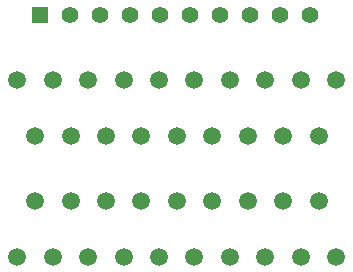
<source format=gtl>
G04 (created by PCBNEW (2013-07-07 BZR 4022)-stable) date 13/10/2014 15:08:58*
%MOIN*%
G04 Gerber Fmt 3.4, Leading zero omitted, Abs format*
%FSLAX34Y34*%
G01*
G70*
G90*
G04 APERTURE LIST*
%ADD10C,0.00590551*%
%ADD11C,0.0590551*%
%ADD12R,0.055X0.055*%
%ADD13C,0.055*%
G04 APERTURE END LIST*
G54D10*
G54D11*
X59055Y-59055D03*
X60236Y-59055D03*
X61417Y-59055D03*
X62598Y-59055D03*
X63779Y-59055D03*
X64960Y-59055D03*
X66141Y-59055D03*
X67322Y-59055D03*
X68503Y-59055D03*
X69685Y-59055D03*
X59055Y-64960D03*
X60236Y-64960D03*
X61417Y-64960D03*
X62598Y-64960D03*
X63779Y-64960D03*
X64960Y-64960D03*
X66141Y-64960D03*
X67322Y-64960D03*
X68503Y-64960D03*
X69685Y-64960D03*
X59648Y-60923D03*
X60829Y-60923D03*
X62011Y-60923D03*
X63192Y-60923D03*
X64373Y-60923D03*
X65554Y-60923D03*
X66735Y-60923D03*
X67916Y-60923D03*
X69097Y-60923D03*
X59648Y-63092D03*
X60829Y-63092D03*
X62011Y-63092D03*
X63192Y-63092D03*
X64373Y-63092D03*
X65554Y-63092D03*
X66735Y-63092D03*
X67916Y-63092D03*
X69097Y-63092D03*
G54D12*
X59799Y-56901D03*
G54D13*
X60799Y-56901D03*
X61799Y-56901D03*
X62799Y-56901D03*
X63799Y-56901D03*
X64799Y-56901D03*
X65799Y-56901D03*
X66799Y-56901D03*
X67799Y-56901D03*
X68799Y-56901D03*
M02*

</source>
